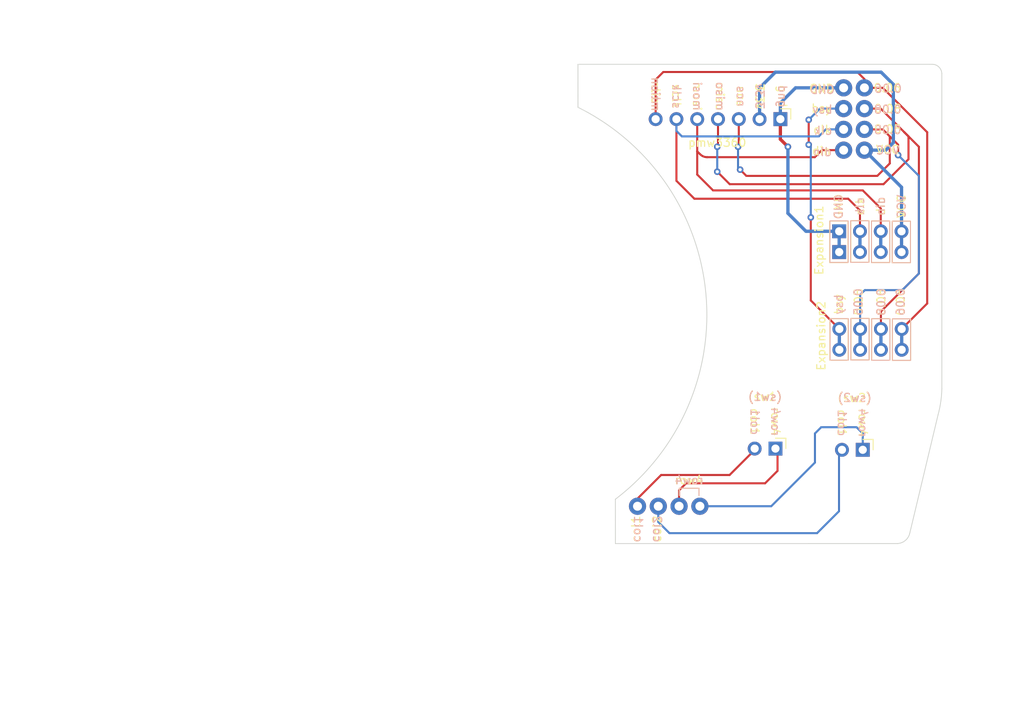
<source format=kicad_pcb>
(kicad_pcb (version 20211014) (generator pcbnew)
  (layers (0 "F.Cu" signal) (31 "B.Cu" signal) (34 "B.Paste" user) (35 "F.Paste" user) (36 "B.SilkS" user "B.Silkscreen") (37 "F.SilkS" user "F.Silkscreen") (38 "B.Mask" user) (39 "F.Mask" user) (44 "Edge.Cuts" user))
  (net 0 "")
  (footprint "MountingHole:MountingHole_2.2mm_M2_DIN965" (layer "F.Cu") (at 162.37 62.11)
    (fp_text reference "REF**" hide)
    (fp_text value "MountingHole_2.2mm_M2_DIN965")
    (pad "" np_thru_hole circle (at 0 0) (size 2.2 2.2) (drill 2.2) (layers *.Cu *.Mask))
  )
  (footprint "Connector_PinHeader_2.54mm:PinHeader_1x02_P2.54mm_Horizontal" (layer "F.Cu") (at 193.802 106.14 -90)
    (fp_text reference "(sw2)" (at -6.35 1.016 180) (layer "F.SilkS"))
    (fp_text value "PinHeader_1x02_P2.54mm_Horizontal")
    (fp_text user "${REFERENCE}" (at -6.365245 0.980987) (layer "B.SilkS") (effects (justify mirror)))
    (fp_text user "col1" (at -3.302 2.54 -90 unlocked) (layer "B.SilkS") (effects (justify mirror)))
    (fp_text user "row4" (at -3.319183 -0.034366 -90 unlocked) (layer "B.SilkS") (effects (justify mirror)))
    (fp_text user "col1" (at -3.302 2.54 -90 unlocked) (layer "F.SilkS"))
    (fp_text user "row4" (at -3.302 0 -90 unlocked) (layer "F.SilkS"))
    (fp_line (start -1.27 -1.27) (end 0 -1.27) (layer "F.SilkS") (width 0.12))
    (fp_line (start -1.27 0) (end -1.27 -1.27) (layer "F.SilkS") (width 0.12))
    (pad "1" thru_hole rect (at 0 0 270) (size 1.7 1.7) (drill 1) (layers *.Cu *.Mask))
    (pad "2" thru_hole oval (at 0 2.54 270) (size 1.7 1.7) (drill 1) (layers *.Cu *.Mask))
  )
  (footprint "mylib:pogopin_1x4" (layer "F.Cu") (at 170.088331 113.039434)
    (fp_text reference "J3" hide)
    (fp_text value "expantion1" hide)
    (fp_text user "col1" (at -3.718331 2.784566 -90 unlocked) (layer "B.SilkS") (effects (justify mirror)))
    (fp_text user "col2" (at -1.4 2.784566 -90 unlocked) (layer "B.SilkS") (effects (justify mirror)))
    (fp_text user "row4" (at 2.5 -3.2 unlocked) (layer "B.SilkS") (effects (justify mirror)))
    (fp_text user "col2" (at -1.432331 2.784566 90 unlocked) (layer "F.SilkS"))
    (fp_text user "row4" (at 2.5 -3.2 unlocked) (layer "F.SilkS"))
    (fp_text user "col1" (at -4 2.784566 90 unlocked) (layer "F.SilkS"))
    (fp_line (start 1.3 -2.2) (end 3.7 -2.2) (layer "B.SilkS") (width 0.12))
    (fp_line (start 3.7 -2.2) (end 3.7 -1.3) (layer "B.SilkS") (width 0.12))
    (fp_line (start 1.3 -2.2) (end 1.3 -1.3) (layer "B.SilkS") (width 0.12))
    (fp_line (start 1.3 -2.2) (end 3.7 -2.2) (layer "F.SilkS") (width 0.12))
    (fp_line (start 3.7 -2.2) (end 3.7 -1.3) (layer "F.SilkS") (width 0.12))
    (fp_line (start 1.3 -2.2) (end 1.3 -1.3) (layer "F.SilkS") (width 0.12))
    (pad "1" thru_hole circle (at -3.81 0) (size 2.1 2.1) (drill 1.1) (layers *.Cu *.Mask))
    (pad "2" thru_hole circle (at -1.27 0) (size 2.1 2.1) (drill 1.1) (layers *.Cu *.Mask))
    (pad "3" thru_hole circle (at 1.27 0) (size 2.1 2.1) (drill 1.1) (layers *.Cu *.Mask))
    (pad "4" thru_hole circle (at 3.81 0) (size 2.1 2.1) (drill 1.1) (layers *.Cu *.Mask))
  )
  (footprint "mylib:pogopin_1x4" (layer "F.Cu") (at 191.463331 65.689434 90)
    (fp_text reference "J2" hide)
    (fp_text value "Conn_01x04_Female")
    (fp_text user "GND" (at 3.57129 -2.6 unlocked) (layer "B.SilkS") (effects (justify mirror)))
    (fp_text user "din" (at -4.02871 -2.6 unlocked) (layer "B.SilkS") (effects (justify mirror)))
    (fp_text user "bsy" (at 1.17129 -2.6 unlocked) (layer "B.SilkS") (effects (justify mirror)))
    (fp_text user "clk" (at -1.42871 -2.5 unlocked) (layer "B.SilkS") (effects (justify mirror)))
    (fp_text user "GND" (at 3.7 -2.7 unlocked) (layer "F.SilkS"))
    (fp_text user "bsy" (at 1.3 -2.7 unlocked) (layer "F.SilkS"))
    (fp_text user "clk" (at -1.3 -2.6 unlocked) (layer "F.SilkS"))
    (fp_text user "din" (at -3.9 -2.7 unlocked) (layer "F.SilkS"))
    (pad "1" thru_hole circle (at -3.81 0 90) (size 2.1 2.1) (drill 1.1) (layers *.Cu *.Mask))
    (pad "2" thru_hole circle (at -1.27 0 90) (size 2.1 2.1) (drill 1.1) (layers *.Cu *.Mask))
    (pad "3" thru_hole circle (at 1.27 0 90) (size 2.1 2.1) (drill 1.1) (layers *.Cu *.Mask))
    (pad "4" thru_hole circle (at 3.81 0 90) (size 2.1 2.1) (drill 1.1) (layers *.Cu *.Mask))
  )
  (footprint "MountingHole:MountingHole_2.2mm_M2_DIN965" (layer "F.Cu") (at 187.198 113.284)
    (fp_text reference "REF**" hide)
    (fp_text value "MountingHole_2.2mm_M2_DIN965")
    (pad "" np_thru_hole circle (at 0 0) (size 2.2 2.2) (drill 2.2) (layers *.Cu *.Mask))
    (pad "" np_thru_hole circle (at 0 0) (size 2.2 2.2) (drill 2.2) (layers *.Cu *.Mask))
  )
  (footprint "MountingHole:MountingHole_2.2mm_M2_DIN965" (layer "F.Cu") (at 199.898 99.822)
    (fp_text reference "REF**" hide)
    (fp_text value "MountingHole_2.2mm_M2_DIN965")
    (pad "" np_thru_hole circle (at 0 0) (size 2.2 2.2) (drill 2.2) (layers *.Cu *.Mask))
  )
  (footprint "Connector_PinHeader_2.54mm:PinHeader_1x02_P2.54mm_Horizontal" (layer "F.Cu") (at 183.134 105.99 -90)
    (fp_text reference "(sw1)" (at -6.35 1.27 180) (layer "F.SilkS"))
    (fp_text value "PinHeader_1x02_P2.54mm_Horizontal")
    (fp_text user "row4" (at -3.302 0 -90 unlocked) (layer "B.SilkS") (effects (justify mirror)))
    (fp_text user "col1" (at -3.302172 2.522816 -90 unlocked) (layer "B.SilkS") (effects (justify mirror)))
    (fp_text user "(sw1)" (at -6.35 1.27 unlocked) (layer "B.SilkS") (effects (justify mirror)))
    (fp_text user "row4" (at -3.302 0 -90 unlocked) (layer "F.SilkS"))
    (fp_text user "col1" (at -3.302 2.54 -90 unlocked) (layer "F.SilkS"))
    (fp_line (start -1.27 0) (end -1.27 -1.27) (layer "F.SilkS") (width 0.12))
    (fp_line (start -1.27 -1.27) (end 0 -1.27) (layer "F.SilkS") (width 0.12))
    (pad "1" thru_hole rect (at 0 0 270) (size 1.7 1.7) (drill 1) (layers *.Cu *.Mask))
    (pad "2" thru_hole oval (at 0 2.54 270) (size 1.7 1.7) (drill 1) (layers *.Cu *.Mask))
  )
  (footprint "MountingHole:MountingHole_2.2mm_M2_DIN965" (layer "F.Cu") (at 176.784 99.568)
    (fp_text reference "REF**" hide)
    (fp_text value "MountingHole_2.2mm_M2_DIN965")
    (pad "" np_thru_hole circle (at 0 0) (size 2.2 2.2) (drill 2.2) (layers *.Cu *.Mask))
  )
  (footprint "Connector_PinHeader_2.54mm:PinHeader_2x04_P2.54mm_Vertical" (layer "F.Cu") (at 190.92 81.96 90)
    (fp_text reference "Expansion1" (at 1.442 -2.452 90) (layer "F.SilkS"))
    (fp_text value "PinHeader_2x04_P2.54mm_Vertical")
    (fp_text user "clk" (at 5.588 2.54 90 unlocked) (layer "B.SilkS") (effects (justify mirror)))
    (fp_text user "din" (at 5.61 5.08 90 unlocked) (layer "B.SilkS") (effects (justify mirror)))
    (fp_text user "GND" (at 5.536065 -0.072092 90 unlocked) (layer "B.SilkS") (effects (justify mirror)))
    (fp_text user "VCC" (at 5.588 7.62 90 unlocked) (layer "B.SilkS") (effects (justify mirror)))
    (fp_text user "GND" (at 5.57 -0.07 90 unlocked) (layer "F.SilkS"))
    (fp_text user "din" (at 5.61 5.08 90 unlocked) (layer "F.SilkS"))
    (fp_text user "VCC" (at 5.588 7.62 90 unlocked) (layer "F.SilkS"))
    (fp_text user "clk" (at 5.591935 2.541099 90 unlocked) (layer "F.SilkS"))
    (fp_rect (start -1.251113 1.400574) (end 3.828887 3.630574) (layer "B.SilkS") (width 0.12) (fill none))
    (fp_rect (start -1.3 6.48) (end 3.78 8.71) (layer "B.SilkS") (width 0.12) (fill none))
    (fp_rect (start -1.28 3.95) (end 3.8 6.18) (layer "B.SilkS") (width 0.12) (fill none))
    (fp_rect (start -1.27 -1.13) (end 3.81 1.1) (layer "B.SilkS") (width 0.12) (fill none))
    (fp_rect (start -1.287413 -1.161112) (end 3.792587 1.068888) (layer "F.SilkS") (width 0.12) (fill none))
    (fp_rect (start -1.28 3.95) (end 3.8 6.18) (layer "F.SilkS") (width 0.12) (fill none))
    (fp_rect (start -1.3 6.48) (end 3.78 8.71) (layer "F.SilkS") (width 0.12) (fill none))
    (fp_rect (start -1.24 1.43) (end 3.84 3.66) (layer "F.SilkS") (width 0.12) (fill none))
    (pad "1" thru_hole rect (at 0 0 90) (size 1.7 1.7) (drill 1) (layers *.Cu *.Mask))
    (pad "2" thru_hole rect (at 2.54 0 90) (size 1.7 1.7) (drill 1) (layers *.Cu *.Mask))
    (pad "3" thru_hole oval (at 0 2.54 90) (size 1.7 1.7) (drill 1) (layers *.Cu *.Mask))
    (pad "4" thru_hole oval (at 2.54 2.54 90) (size 1.7 1.7) (drill 1) (layers *.Cu *.Mask))
    (pad "5" thru_hole oval (at 0 5.08 90) (size 1.7 1.7) (drill 1) (layers *.Cu *.Mask))
    (pad "6" thru_hole oval (at 2.54 5.08 90) (size 1.7 1.7) (drill 1) (layers *.Cu *.Mask))
    (pad "7" thru_hole oval (at 0 7.62 90) (size 1.7 1.7) (drill 1) (layers *.Cu *.Mask))
    (pad "8" thru_hole oval (at 2.54 7.62 90) (size 1.7 1.7) (drill 1) (layers *.Cu *.Mask))
  )
  (footprint "Connector_PinHeader_2.54mm:PinHeader_1x07_P2.54mm_Horizontal" (layer "F.Cu") (at 183.735 65.705 -90)
    (fp_text reference "pmw3360" (at 2.875 7.713 180) (layer "F.SilkS"))
    (fp_text value "PinHeader_1x07_P2.54mm_Horizontal")
    (fp_text user "sclk" (at -2.797571 12.682508 -90 unlocked) (layer "B.SilkS") (effects (justify mirror)))
    (fp_text user "3.3v" (at -2.794052 2.530599 -90 unlocked) (layer "B.SilkS") (effects (justify mirror)))
    (fp_text user "gnd" (at -2.794 -0.254 -90 unlocked) (layer "B.SilkS") (effects (justify mirror)))
    (fp_text user "ncs" (at -2.794158 4.818553 -90 unlocked) (layer "B.SilkS") (effects (justify mirror)))
    (fp_text user "mosi" (at -2.797571 10.149796 -90 unlocked) (layer "B.SilkS") (effects (justify mirror)))
    (fp_text user "mtion" (at -3.048 15.24 -90 unlocked) (layer "B.SilkS") (effects (justify mirror)))
    (fp_text user "miso" (at -2.794158 7.36299 -90 unlocked) (layer "B.SilkS") (effects (justify mirror)))
    (fp_text user "miso" (at -2.794 7.366 -90 unlocked) (layer "F.SilkS"))
    (fp_text user "ncs" (at -2.794 4.826 -90 unlocked) (layer "F.SilkS"))
    (fp_text user "3.3v" (at -2.794 2.54 -90 unlocked) (layer "F.SilkS"))
    (fp_text user "mtion" (at -3.048 15.24 -90 unlocked) (layer "F.SilkS"))
    (fp_text user "gnd" (at -2.794 -0.254 -90 unlocked) (layer "F.SilkS"))
    (fp_text user "mosi" (at -2.794 10.16 -90 unlocked) (layer "F.SilkS"))
    (fp_text user "sclk" (at -2.794 12.7 -90 unlocked) (layer "F.SilkS"))
    (fp_line (start -1.27 -1.27) (end 0 -1.27) (layer "F.SilkS") (width 0.12))
    (fp_line (start -1.27 0) (end -1.27 -1.27) (layer "F.SilkS") (width 0.12))
    (pad "2" thru_hole oval (at 0 2.54 270) (size 1.7 1.7) (drill 1) (layers *.Cu *.Mask))
    (pad "3" thru_hole oval (at 0 5.08 270) (size 1.7 1.7) (drill 1) (layers *.Cu *.Mask))
    (pad "4" thru_hole oval (at 0 7.62 270) (size 1.7 1.7) (drill 1) (layers *.Cu *.Mask))
    (pad "5" thru_hole oval (at 0 10.16 270) (size 1.7 1.7) (drill 1) (layers *.Cu *.Mask))
    (pad "6" thru_hole oval (at 0 12.7 270) (size 1.7 1.7) (drill 1) (layers *.Cu *.Mask))
    (pad "7" thru_hole oval (at 0 15.24 270) (size 1.7 1.7) (drill 1) (layers *.Cu *.Mask))
    (pad "gnd" thru_hole rect (at 0 0 270) (size 1.7 1.7) (drill 1) (layers *.Cu *.Mask))
  )
  (footprint "MountingHole:MountingHole_2.2mm_M2_DIN965" (layer "F.Cu") (at 200.95 61.81)
    (fp_text reference "REF**" hide)
    (fp_text value "MountingHole_2.2mm_M2_DIN965")
    (pad "" np_thru_hole circle (at 0 0) (size 2.2 2.2) (drill 2.2) (layers *.Cu *.Mask))
  )
  (footprint "mylib:pogopin_1x4" (layer "F.Cu") (at 194.003331 65.689434 -90)
    (fp_text reference "J1" hide)
    (fp_text value "Conn_01x04_Female")
    (fp_text user "0.08" (at -1.160096 -2.847648 unlocked) (layer "B.SilkS") (effects (justify mirror)))
    (fp_text user "VCC" (at 3.839904 -2.847648 unlocked) (layer "B.SilkS") (effects (justify mirror)))
    (fp_text user "0.06" (at -3.710096 -2.897648 unlocked) (layer "B.SilkS") (effects (justify mirror)))
    (fp_text user "0.05" (at 1.339904 -2.847648 unlocked) (layer "B.SilkS") (effects (justify mirror)))
    (fp_text user "0.08" (at -1.25 -2.85 unlocked) (layer "F.SilkS"))
    (fp_text user "VCC" (at 3.75 -2.85 unlocked) (layer "F.SilkS"))
    (fp_text user "0.06" (at -3.8 -2.8 unlocked) (layer "F.SilkS"))
    (fp_text user "0.05" (at 1.25 -2.85 unlocked) (layer "F.SilkS"))
    (pad "1" thru_hole circle (at -3.81 0 270) (size 2.1 2.1) (drill 1.1) (layers *.Cu *.Mask))
    (pad "2" thru_hole circle (at -1.27 0 270) (size 2.1 2.1) (drill 1.1) (layers *.Cu *.Mask))
    (pad "3" thru_hole circle (at 1.27 0 270) (size 2.1 2.1) (drill 1.1) (layers *.Cu *.Mask))
    (pad "4" thru_hole circle (at 3.81 0 270) (size 2.1 2.1) (drill 1.1) (layers *.Cu *.Mask))
  )
  (footprint "Connector_PinHeader_2.54mm:PinHeader_2x04_P2.54mm_Vertical" (layer "F.Cu") (at 190.94 93.905 90)
    (fp_text reference "Expansion2" (at 1.703 -2.218 90) (layer "F.SilkS"))
    (fp_text value "PinHeader_2x04_P2.54mm_Vertical")
    (fp_text user "bsy" (at 5.536065 -0.072092 90 unlocked) (layer "B.SilkS") (effects (justify mirror)))
    (fp_text user "0.05" (at 5.842 2.323751 90 unlocked) (layer "B.SilkS") (effects (justify mirror)))
    (fp_text user "0.08" (at 5.838065 5.118901 90 unlocked) (layer "B.SilkS") (effects (justify mirror)))
    (fp_text user "0.06" (at 5.842 7.48 90 unlocked) (layer "B.SilkS") (effects (justify mirror)))
    (fp_text user "0.05" (at 5.845935 2.36 90 unlocked) (layer "F.SilkS"))
    (fp_text user "bsy" (at 5.57 -0.07 90 unlocked) (layer "F.SilkS"))
    (fp_text user "0.06" (at 5.842 7.48 90 unlocked) (layer "F.SilkS"))
    (fp_text user "0.08" (at 5.842 5.12 90 unlocked) (layer "F.SilkS"))
    (fp_rect (start -1.27 -1.13) (end 3.81 1.1) (layer "B.SilkS") (width 0.12) (fill none))
    (fp_rect (start -1.251113 1.400574) (end 3.828887 3.630574) (layer "B.SilkS") (width 0.12) (fill none))
    (fp_rect (start -1.3 6.48) (end 3.78 8.71) (layer "B.SilkS") (width 0.12) (fill none))
    (fp_rect (start -1.28 3.95) (end 3.8 6.18) (layer "B.SilkS") (width 0.12) (fill none))
    (fp_rect (start -1.28 3.95) (end 3.8 6.18) (layer "F.SilkS") (width 0.12) (fill none))
    (fp_rect (start -1.24 1.43) (end 3.84 3.66) (layer "F.SilkS") (width 0.12) (fill none))
    (fp_rect (start -1.3 6.48) (end 3.78 8.71) (layer "F.SilkS") (width 0.12) (fill none))
    (fp_rect (start -1.287413 -1.161112) (end 3.792587 1.068888) (layer "F.SilkS") (width 0.12) (fill none))
    (pad "1" thru_hole circle (at 0 0 90) (size 1.7 1.7) (drill 1) (layers *.Cu *.Mask))
    (pad "2" thru_hole circle (at 2.54 0 90) (size 1.7 1.7) (drill 1) (layers *.Cu *.Mask))
    (pad "3" thru_hole oval (at 0 2.54 90) (size 1.7 1.7) (drill 1) (layers *.Cu *.Mask))
    (pad "4" thru_hole oval (at 2.54 2.54 90) (size 1.7 1.7) (drill 1) (layers *.Cu *.Mask))
    (pad "5" thru_hole oval (at 0 5.08 90) (size 1.7 1.7) (drill 1) (layers *.Cu *.Mask))
    (pad "6" thru_hole oval (at 2.54 5.08 90) (size 1.7 1.7) (drill 1) (layers *.Cu *.Mask))
    (pad "7" thru_hole oval (at 0 7.62 90) (size 1.7 1.7) (drill 1) (layers *.Cu *.Mask))
    (pad "8" thru_hole oval (at 2.54 7.62 90) (size 1.7 1.7) (drill 1) (layers *.Cu *.Mask))
  )
  (gr_line (start 159.004 64.262001) (end 159 59) (layer "Edge.Cuts") (width 0.1))
  (gr_line (start 199.53 116.4) (end 203.013331 101.814434) (layer "Edge.Cuts") (width 0.1))
  (gr_line (start 159 59) (end 202.27 59) (layer "Edge.Cuts") (width 0.1))
  (gr_arc (start 159.004 64.262001) (mid 174.624057 86.951446) (end 163.572748 112.18368) (layer "Edge.Cuts") (width 0.1))
  (gr_arc (start 203.463331 98.689434) (mid 203.333213 100.265597) (end 203.013331 101.814434) (layer "Edge.Cuts") (width 0.1))
  (gr_line (start 203.46 60.13) (end 203.463331 98.689434) (layer "Edge.Cuts") (width 0.1))
  (gr_arc (start 199.53 116.4) (mid 198.990169 117.236455) (end 198.06 117.6) (layer "Edge.Cuts") (width 0.1))
  (gr_arc (start 202.27 59) (mid 203.094439 59.32333) (end 203.46 60.13) (layer "Edge.Cuts") (width 0.1))
  (gr_line (start 163.572748 112.18368) (end 163.576 117.602) (layer "Edge.Cuts") (width 0.1))
  (gr_line (start 163.576 117.602) (end 198.06 117.6) (layer "Edge.Cuts") (width 0.1))
  (segment (start 193.802 74.422) (end 175.514 74.422) (width 0.25) (layer "F.Cu") (net 0))
  (segment (start 193.46 76.874) (end 192.024 75.438) (width 0.25) (layer "F.Cu") (net 0))
  (segment (start 193.134 59.944) (end 169.426 59.944) (width 0.25) (layer "F.Cu") (net 0))
  (segment (start 194.003331 60.813331) (end 193.134 59.944) (width 0.25) (layer "F.Cu") (net 0))
  (segment (start 199.39 70.612) (end 196.342 73.66) (width 0.25) (layer "F.Cu") (net 0))
  (segment (start 180.594 106.156) (end 180.594 105.99) (width 0.25) (layer "F.Cu") (net 0))
  (segment (start 200.66 69.088) (end 200.66 84.582) (width 0.25) (layer "F.Cu") (net 0))
  (segment (start 176.115 65.705) (end 176.115 68.995) (width 0.25) (layer "F.Cu") (net 0))
  (segment (start 187.942 70.358) (end 174.784708 70.358) (width 0.25) (layer "F.Cu") (net 0))
  (segment (start 195.58 72.644) (end 179.578 72.644) (width 0.25) (layer "F.Cu") (net 0))
  (segment (start 183.735 68.165) (end 184.658 69.088) (width 0.4) (layer "F.Cu") (net 0))
  (segment (start 183.388 108.712) (end 183.388 106.244) (width 0.25) (layer "F.Cu") (net 0))
  (segment (start 178.655 65.705) (end 178.655 68.995) (width 0.25) (layer "F.Cu") (net 0))
  (segment (start 199.39 67.818) (end 199.39 70.612) (width 0.25) (layer "F.Cu") (net 0))
  (segment (start 169.164 109.22) (end 177.53 109.22) (width 0.25) (layer "F.Cu") (net 0))
  (segment (start 194.003331 61.879434) (end 196.245434 61.879434) (width 0.25) (layer "F.Cu") (net 0))
  (segment (start 191.463331 69.499434) (end 188.800566 69.499434) (width 0.25) (layer "F.Cu") (net 0))
  (segment (start 173.575 72.483) (end 173.575 69.645) (width 0.25) (layer "F.Cu") (net 0))
  (segment (start 197.104 67.818) (end 198.12 68.834) (width 0.25) (layer "F.Cu") (net 0))
  (segment (start 179.578 72.644) (end 178.816 71.882) (width 0.25) (layer "F.Cu") (net 0))
  (segment (start 192.024 75.438) (end 173.228 75.438) (width 0.25) (layer "F.Cu") (net 0))
  (segment (start 171.358331 113.039434) (end 171.358331 111.089669) (width 0.25) (layer "F.Cu") (net 0))
  (segment (start 173.936774 70.006774) (end 173.575 69.645) (width 0.25) (layer "F.Cu") (net 0))
  (segment (start 171.358331 111.089669) (end 172.212 110.236) (width 0.25) (layer "F.Cu") (net 0))
  (segment (start 197.104 71.12) (end 195.58 72.644) (width 0.25) (layer "F.Cu") (net 0))
  (segment (start 201.676 88.249) (end 198.56 91.365) (width 0.25) (layer "F.Cu") (net 0))
  (segment (start 196 79.42) (end 196 76.62) (width 0.25) (layer "F.Cu") (net 0))
  (segment (start 178.655 68.995) (end 178.562 69.088) (width 0.25) (layer "F.Cu") (net 0))
  (segment (start 196 76.62) (end 193.802 74.422) (width 0.25) (layer "F.Cu") (net 0))
  (segment (start 173.228 75.438) (end 171.035 73.245) (width 0.25) (layer "F.Cu") (net 0))
  (segment (start 168.495 60.875) (end 168.495 65.705) (width 0.25) (layer "F.Cu") (net 0))
  (segment (start 201.676 67.31) (end 201.676 88.249) (width 0.25) (layer "F.Cu") (net 0))
  (segment (start 172.212 110.236) (end 181.864 110.236) (width 0.25) (layer "F.Cu") (net 0))
  (segment (start 173.575 69.645) (end 173.575 65.705) (width 0.25) (layer "F.Cu") (net 0))
  (segment (start 187.452 77.724) (end 187.452 87.877) (width 0.25) (layer "F.Cu") (net 0))
  (segment (start 183.388 106.244) (end 183.134 105.99) (width 0.25) (layer "F.Cu") (net 0))
  (segment (start 188.800566 69.499434) (end 187.942 70.358) (width 0.25) (layer "F.Cu") (net 0))
  (segment (start 171.035 73.245) (end 171.035 65.705) (width 0.25) (layer "F.Cu") (net 0))
  (segment (start 194.003331 61.879434) (end 194.003331 60.813331) (width 0.25) (layer "F.Cu") (net 0))
  (segment (start 166.278331 112.105669) (end 169.164 109.22) (width 0.25) (layer "F.Cu") (net 0))
  (segment (start 176.115 68.995) (end 176.022 69.088) (width 0.25) (layer "F.Cu") (net 0))
  (segment (start 181.864 110.236) (end 183.388 108.712) (width 0.25) (layer "F.Cu") (net 0))
  (segment (start 198.12 68.834) (end 198.12 70.104) (width 0.25) (layer "F.Cu") (net 0))
  (segment (start 196.02 89.222) (end 196.02 91.365) (width 0.25) (layer "F.Cu") (net 0))
  (segment (start 177.53 109.22) (end 180.594 106.156) (width 0.25) (layer "F.Cu") (net 0))
  (segment (start 177.546 73.66) (end 176.022 72.136) (width 0.25) (layer "F.Cu") (net 0))
  (segment (start 196.245434 66.959434) (end 197.104 67.818) (width 0.25) (layer "F.Cu") (net 0))
  (segment (start 175.514 74.422) (end 173.575 72.483) (width 0.25) (layer "F.Cu") (net 0))
  (segment (start 194.003331 66.959434) (end 196.245434 66.959434) (width 0.25) (layer "F.Cu") (net 0))
  (segment (start 196.342 73.66) (end 177.546 73.66) (width 0.25) (layer "F.Cu") (net 0))
  (segment (start 198.882 67.31) (end 200.66 69.088) (width 0.25) (layer "F.Cu") (net 0))
  (segment (start 169.426 59.944) (end 168.495 60.875) (width 0.25) (layer "F.Cu") (net 0))
  (segment (start 187.198 65.786) (end 187.198 68.834) (width 0.25) (layer "F.Cu") (net 0))
  (segment (start 193.46 79.42) (end 193.46 76.874) (width 0.25) (layer "F.Cu") (net 0))
  (segment (start 198.882 67.31) (end 199.39 67.818) (width 0.25) (layer "F.Cu") (net 0))
  (segment (start 194.003331 64.419434) (end 195.991434 64.419434) (width 0.25) (layer "F.Cu") (net 0))
  (segment (start 200.66 84.582) (end 196.02 89.222) (width 0.25) (layer "F.Cu") (net 0))
  (segment (start 197.104 67.818) (end 197.104 71.12) (width 0.25) (layer "F.Cu") (net 0))
  (segment (start 196.245434 61.879434) (end 201.676 67.31) (width 0.25) (layer "F.Cu") (net 0))
  (segment (start 166.278331 113.039434) (end 166.278331 112.105669) (width 0.25) (layer "F.Cu") (net 0))
  (segment (start 187.452 87.877) (end 190.94 91.365) (width 0.25) (layer "F.Cu") (net 0))
  (segment (start 195.991434 64.419434) (end 198.882 67.31) (width 0.25) (layer "F.Cu") (net 0))
  (segment (start 183.735 65.705) (end 183.735 68.165) (width 0.4) (layer "F.Cu") (net 0))
  (via (at 198.12 70.104) (size 0.8) (drill 0.4) (layers "F.Cu" "B.Cu") (net 0))
  (via (at 184.658 69.088) (size 0.8) (drill 0.4) (layers "F.Cu" "B.Cu") (net 0))
  (via (at 176.022 72.136) (size 0.8) (drill 0.4) (layers "F.Cu" "B.Cu") (net 0))
  (via (at 176.022 69.088) (size 0.8) (drill 0.4) (layers "F.Cu" "B.Cu") (net 0))
  (via (at 187.452 77.724) (size 0.8) (drill 0.4) (layers "F.Cu" "B.Cu") (net 0))
  (via (at 178.816 71.882) (size 0.8) (drill 0.4) (layers "F.Cu" "B.Cu") (net 0))
  (via (at 178.562 69.088) (size 0.8) (drill 0.4) (layers "F.Cu" "B.Cu") (net 0))
  (via (at 187.198 65.786) (size 0.8) (drill 0.4) (layers "F.Cu" "B.Cu") (net 0))
  (via (at 187.198 68.834) (size 0.8) (drill 0.4) (layers "F.Cu" "B.Cu") (net 0))
  (arc (start 173.936774 70.006774) (mid 174.325809 70.266719) (end 174.784708 70.358) (width 0.25) (layer "F.Cu") (net 0))
  (segment (start 193.48 87.19) (end 193.48 91.365) (width 0.25) (layer "B.Cu") (net 0))
  (segment (start 193.46 79.42) (end 193.46 81.96) (width 0.4) (layer "B.Cu") (net 0))
  (segment (start 190.92 79.42) (end 190.92 81.96) (width 0.4) (layer "B.Cu") (net 0))
  (segment (start 200.66 72.644) (end 200.66 84.582) (width 0.25) (layer "B.Cu") (net 0))
  (segment (start 178.816 71.882) (end 178.562 71.628) (width 0.25) (layer "B.Cu") (net 0))
  (segment (start 183.735 65.705) (end 183.735 63.735) (width 0.4) (layer "B.Cu") (net 0))
  (segment (start 191.463331 66.959434) (end 189.290566 66.959434) (width 0.25) (layer "B.Cu") (net 0))
  (segment (start 198.54 79.42) (end 198.54 74.036103) (width 0.4) (layer "B.Cu") (net 0))
  (segment (start 187.198 68.834) (end 187.452 69.088) (width 0.25) (layer "B.Cu") (net 0))
  (segment (start 171.704 67.818) (end 171.035 67.149) (width 0.25) (layer "B.Cu") (net 0))
  (segment (start 189.290566 66.959434) (end 188.432 67.818) (width 0.25) (layer "B.Cu") (net 0))
  (segment (start 198.54 74.036103) (end 194.003331 69.499434) (width 0.4) (layer "B.Cu") (net 0))
  (segment (start 188.722 103.378) (end 193.04 103.378) (width 0.25) (layer "B.Cu") (net 0))
  (segment (start 190.92 79.42) (end 186.862 79.42) (width 0.4) (layer "B.Cu") (net 0))
  (segment (start 194.003331 69.499434) (end 196.620566 69.499434) (width 0.4) (layer "B.Cu") (net 0))
  (segment (start 196.02 91.365) (end 196.02 93.905) (width 0.4) (layer "B.Cu") (net 0))
  (segment (start 187.452 69.088) (end 187.452 77.724) (width 0.25) (layer "B.Cu") (net 0))
  (segment (start 198.56 91.365) (end 198.56 93.905) (width 0.4) (layer "B.Cu") (net 0))
  (segment (start 185.590566 61.879434) (end 191.463331 61.879434) (width 0.4) (layer "B.Cu") (net 0))
  (segment (start 200.66 84.582) (end 198.628 86.614) (width 0.25) (layer "B.Cu") (net 0))
  (segment (start 184.658 77.216) (end 184.658 69.088) (width 0.4) (layer "B.Cu") (net 0))
  (segment (start 183.1255 59.9645) (end 181.18 61.91) (width 0.4) (layer "B.Cu") (net 0))
  (segment (start 190.9 113.646) (end 190.9 106.502) (width 0.25) (layer "B.Cu") (net 0))
  (segment (start 197.54 61.46) (end 196.0445 59.9645) (width 0.4) (layer "B.Cu") (net 0))
  (segment (start 198.628 86.614) (end 194.056 86.614) (width 0.25) (layer "B.Cu") (net 0))
  (segment (start 196.0445 59.9645) (end 183.1255 59.9645) (width 0.4) (layer "B.Cu") (net 0))
  (segment (start 182.616566 113.039434) (end 187.96 107.696) (width 0.25) (layer "B.Cu") (net 0))
  (segment (start 198.54 79.42) (end 198.54 81.96) (width 0.4) (layer "B.Cu") (net 0))
  (segment (start 170.18 116.332) (end 188.214 116.332) (width 0.25) (layer "B.Cu") (net 0))
  (segment (start 188.432 67.818) (end 171.704 67.818) (width 0.25) (layer "B.Cu") (net 0))
  (segment (start 196 79.42) (end 196 81.96) (width 0.4) (layer "B.Cu") (net 0))
  (segment (start 193.04 103.378) (end 193.802 104.14) (width 0.25) (layer "B.Cu") (net 0))
  (segment (start 188.214 116.332) (end 190.9 113.646) (width 0.25) (layer "B.Cu") (net 0))
  (segment (start 198.12 70.104) (end 200.66 72.644) (width 0.25) (layer "B.Cu") (net 0))
  (segment (start 168.818331 113.039434) (end 168.818331 114.970331) (width 0.25) (layer "B.Cu") (net 0))
  (segment (start 194.056 86.614) (end 193.48 87.19) (width 0.25) (layer "B.Cu") (net 0))
  (segment (start 193.48 91.365) (end 193.48 93.905) (width 0.4) (layer "B.Cu") (net 0))
  (segment (start 183.735 63.735) (end 185.590566 61.879434) (width 0.4) (layer "B.Cu") (net 0))
  (segment (start 197.54 68.58) (end 197.54 61.46) (width 0.4) (layer "B.Cu") (net 0))
  (segment (start 196.620566 69.499434) (end 197.54 68.58) (width 0.4) (layer "B.Cu") (net 0))
  (segment (start 187.96 107.696) (end 187.96 104.14) (width 0.25) (layer "B.Cu") (net 0))
  (segment (start 173.898331 113.039434) (end 182.616566 113.039434) (width 0.25) (layer "B.Cu") (net 0))
  (segment (start 171.035 67.149) (end 171.035 65.705) (width 0.25) (layer "B.Cu") (net 0))
  (segment (start 186.862 79.42) (end 184.658 77.216) (width 0.4) (layer "B.Cu") (net 0))
  (segment (start 176.022 72.136) (end 176.022 69.088) (width 0.25) (layer "B.Cu") (net 0))
  (segment (start 178.562 71.628) (end 178.562 69.088) (width 0.25) (layer "B.Cu") (net 0))
  (segment (start 190.94 91.365) (end 190.94 93.905) (width 0.4) (layer "B.Cu") (net 0))
  (segment (start 188.564566 64.419434) (end 187.198 65.786) (width 0.25) (layer "B.Cu") (net 0))
  (segment (start 190.9 106.502) (end 191.262 106.14) (width 0.25) (layer "B.Cu") (net 0))
  (segment (start 191.463331 64.419434) (end 188.564566 64.419434) (width 0.25) (layer "B.Cu") (net 0))
  (segment (start 181.195 61.925) (end 181.195 65.705) (width 0.4) (layer "B.Cu") (net 0))
  (segment (start 193.802 104.14) (end 193.802 106.14) (width 0.25) (layer "B.Cu") (net 0))
  (segment (start 187.96 104.14) (end 188.722 103.378) (width 0.25) (layer "B.Cu") (net 0))
  (segment (start 168.818331 114.970331) (end 170.18 116.332) (width 0.25) (layer "B.Cu") (net 0))
  (segment (start 181.18 61.91) (end 181.195 61.925) (width 0.4) (layer "B.Cu") (net 0))
)
</source>
